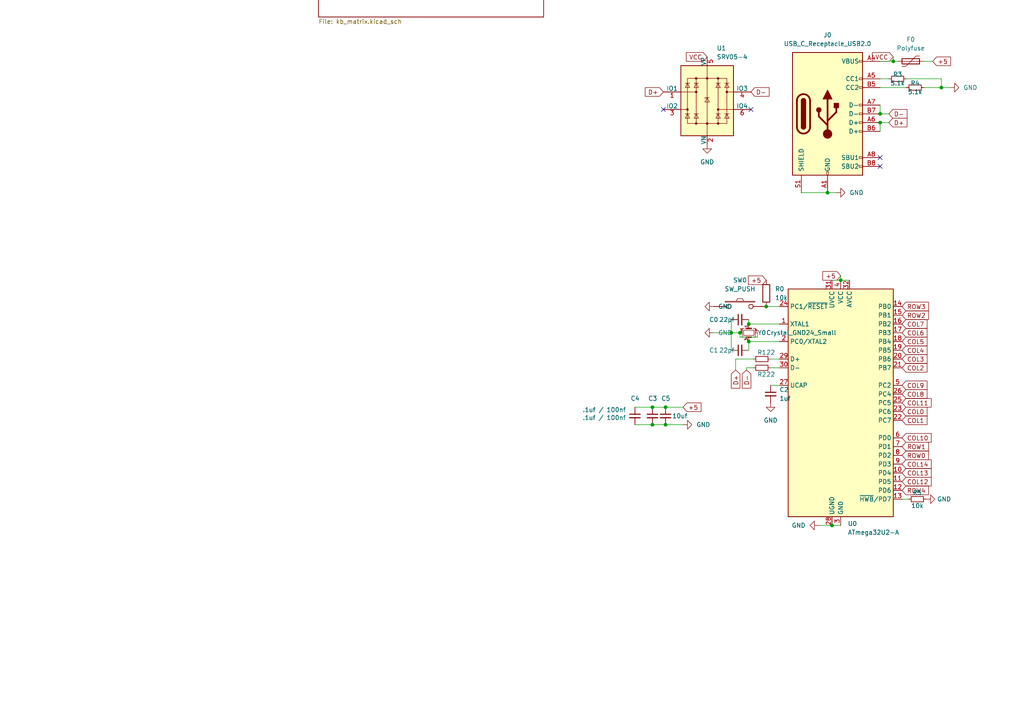
<source format=kicad_sch>
(kicad_sch (version 20211123) (generator eeschema)
  (paper "A4")
  (lib_symbols
    (symbol "Connector:USB_C_Receptacle_USB2.0" (pin_names (offset 1.016))
      (property "Reference" "J" (at -10.16 19.05 0))
      (property "Value" "USB_C_Receptacle_USB2.0" (at 19.05 19.05 0))
      (symbol "USB_C_Receptacle_USB2.0_0_0"
        (rectangle (start -0.254 -17.78) (end 0.254 -16.764))
        (rectangle (start 10.16 -14.986) (end 9.144 -15.494))
        (rectangle (start 10.16 -12.446) (end 9.144 -12.954))
        (rectangle (start 10.16 -4.826) (end 9.144 -5.334))
        (rectangle (start 10.16 -2.286) (end 9.144 -2.794))
        (rectangle (start 10.16 0.254) (end 9.144 -0.254))
        (rectangle (start 10.16 2.794) (end 9.144 2.286))
        (rectangle (start 10.16 7.874) (end 9.144 7.366))
        (rectangle (start 10.16 10.414) (end 9.144 9.906))
        (rectangle (start 10.16 15.494) (end 9.144 14.986))
      )
      (symbol "USB_C_Receptacle_USB2.0_0_1"
        (rectangle (start -10.16 17.78) (end 10.16 -17.78) (stroke (width 0.254)) (fill (type background)))
        (arc (start -8.89 -3.81) (mid -6.985 -5.715) (end -5.08 -3.81) (stroke (width 0.508)))
        (arc (start -7.62 -3.81) (mid -6.985 -4.445) (end -6.35 -3.81) (stroke (width 0.254)))
        (arc (start -7.62 -3.81) (mid -6.985 -4.445) (end -6.35 -3.81) (stroke (width 0.254)) (fill (type outline)))
        (rectangle (start -7.62 -3.81) (end -6.35 3.81) (stroke (width 0.254)) (fill (type outline)))
        (arc (start -6.35 3.81) (mid -6.985 4.445) (end -7.62 3.81) (stroke (width 0.254)))
        (arc (start -6.35 3.81) (mid -6.985 4.445) (end -7.62 3.81) (stroke (width 0.254)) (fill (type outline)))
        (arc (start -5.08 3.81) (mid -6.985 5.715) (end -8.89 3.81) (stroke (width 0.508)))
        (circle (center -2.54 1.143) (radius 0.635) (stroke (width 0.254)) (fill (type outline)))
        (circle (center 0 -5.842) (radius 1.27) (fill (type outline)))
        (polyline (pts (xy -8.89 -3.81) (xy -8.89 3.81)) (stroke (width 0.508)))
        (polyline (pts (xy -5.08 3.81) (xy -5.08 -3.81)) (stroke (width 0.508)))
        (polyline (pts (xy 0 -5.842) (xy 0 4.318)) (stroke (width 0.508)))
        (polyline (pts (xy 0 -3.302) (xy -2.54 -0.762) (xy -2.54 0.508)) (stroke (width 0.508)))
        (polyline (pts (xy 0 -2.032) (xy 2.54 0.508) (xy 2.54 1.778)) (stroke (width 0.508)))
        (polyline (pts (xy -1.27 4.318) (xy 0 6.858) (xy 1.27 4.318) (xy -1.27 4.318)) (stroke (width 0.254)) (fill (type outline)))
        (rectangle (start 1.905 1.778) (end 3.175 3.048) (stroke (width 0.254)) (fill (type outline)))
      )
      (symbol "USB_C_Receptacle_USB2.0_1_1"
        (pin passive line (at 0 -22.86 90) (length 5.08) (name "GND") (number "A1"))
        (pin passive line (at 0 -22.86 90) (length 5.08) hide (name "GND") (number "A12"))
        (pin passive line (at 15.24 15.24 180) (length 5.08) (name "VBUS") (number "A4"))
        (pin bidirectional line (at 15.24 10.16 180) (length 5.08) (name "CC1") (number "A5"))
        (pin bidirectional line (at 15.24 -2.54 180) (length 5.08) (name "D+") (number "A6"))
        (pin bidirectional line (at 15.24 2.54 180) (length 5.08) (name "D-") (number "A7"))
        (pin bidirectional line (at 15.24 -12.7 180) (length 5.08) (name "SBU1") (number "A8"))
        (pin passive line (at 15.24 15.24 180) (length 5.08) hide (name "VBUS") (number "A9"))
        (pin passive line (at 0 -22.86 90) (length 5.08) hide (name "GND") (number "B1"))
        (pin passive line (at 0 -22.86 90) (length 5.08) hide (name "GND") (number "B12"))
        (pin passive line (at 15.24 15.24 180) (length 5.08) hide (name "VBUS") (number "B4"))
        (pin bidirectional line (at 15.24 7.62 180) (length 5.08) (name "CC2") (number "B5"))
        (pin bidirectional line (at 15.24 -5.08 180) (length 5.08) (name "D+") (number "B6"))
        (pin bidirectional line (at 15.24 0 180) (length 5.08) (name "D-") (number "B7"))
        (pin bidirectional line (at 15.24 -15.24 180) (length 5.08) (name "SBU2") (number "B8"))
        (pin passive line (at 15.24 15.24 180) (length 5.08) hide (name "VBUS") (number "B9"))
        (pin passive line (at -7.62 -22.86 90) (length 5.08) (name "SHIELD") (number "S1"))
      )
    )
    (symbol "Device:C_Small" (pin_numbers hide) (pin_names (offset 0.254) hide)
      (property "Reference" "C" (at 0.254 1.778 0))
      (property "Value" "C_Small" (at 0.254 -2.032 0))
      (symbol "C_Small_0_1"
        (polyline (pts (xy -1.524 -0.508) (xy 1.524 -0.508)) (stroke (width 0.3302)))
        (polyline (pts (xy -1.524 0.508) (xy 1.524 0.508)) (stroke (width 0.3048)))
      )
      (symbol "C_Small_1_1"
        (pin passive line (at 0 2.54 270) (length 2.032) (name "~") (number "1"))
        (pin passive line (at 0 -2.54 90) (length 2.032) (name "~") (number "2"))
      )
    )
    (symbol "Device:Crystal_GND24_Small" (pin_names (offset 1.016) hide)
      (property "Reference" "Y" (at 1.27 4.445 0))
      (property "Value" "Crystal_GND24_Small" (at 1.27 2.54 0))
      (symbol "Crystal_GND24_Small_0_1"
        (rectangle (start -0.762 -1.524) (end 0.762 1.524))
        (polyline (pts (xy -1.27 -0.762) (xy -1.27 0.762)) (stroke (width 0.381)))
        (polyline (pts (xy 1.27 -0.762) (xy 1.27 0.762)) (stroke (width 0.381)))
        (polyline (pts (xy -1.27 -1.27) (xy -1.27 -1.905) (xy 1.27 -1.905) (xy 1.27 -1.27)))
        (polyline (pts (xy -1.27 1.27) (xy -1.27 1.905) (xy 1.27 1.905) (xy 1.27 1.27)))
      )
      (symbol "Crystal_GND24_Small_1_1"
        (pin passive line (at -2.54 0 0) (length 1.27) (name "1") (number "1"))
        (pin passive line (at 0 -2.54 90) (length 0.635) (name "2") (number "2"))
        (pin passive line (at 2.54 0 180) (length 1.27) (name "3") (number "3"))
        (pin passive line (at 0 2.54 270) (length 0.635) (name "4") (number "4"))
      )
    )
    (symbol "Device:Polyfuse" (pin_numbers hide) (pin_names (offset 0))
      (property "Reference" "F" (at -2.54 0 90))
      (property "Value" "Polyfuse" (at 2.54 0 90))
      (symbol "Polyfuse_0_1"
        (rectangle (start -0.762 2.54) (end 0.762 -2.54) (stroke (width 0.254)))
        (polyline (pts (xy 0 2.54) (xy 0 -2.54)))
        (polyline (pts (xy -1.524 2.54) (xy -1.524 1.524) (xy 1.524 -1.524) (xy 1.524 -2.54)))
      )
      (symbol "Polyfuse_1_1"
        (pin passive line (at 0 3.81 270) (length 1.27) (name "~") (number "1"))
        (pin passive line (at 0 -3.81 90) (length 1.27) (name "~") (number "2"))
      )
    )
    (symbol "Device:R" (pin_numbers hide) (pin_names (offset 0))
      (property "Reference" "R" (at 2.032 0 90))
      (property "Value" "R" (at 0 0 90))
      (symbol "R_0_1"
        (rectangle (start -1.016 -2.54) (end 1.016 2.54) (stroke (width 0.254)))
      )
      (symbol "R_1_1"
        (pin passive line (at 0 3.81 270) (length 1.27) (name "~") (number "1"))
        (pin passive line (at 0 -3.81 90) (length 1.27) (name "~") (number "2"))
      )
    )
    (symbol "Device:R_Small" (pin_numbers hide) (pin_names (offset 0.254) hide)
      (property "Reference" "R" (at 0.762 0.508 0))
      (property "Value" "R_Small" (at 0.762 -1.016 0))
      (symbol "R_Small_0_1"
        (rectangle (start -0.762 1.778) (end 0.762 -1.778) (stroke (width 0.2032)))
      )
      (symbol "R_Small_1_1"
        (pin passive line (at 0 2.54 270) (length 0.762) (name "~") (number "1"))
        (pin passive line (at 0 -2.54 90) (length 0.762) (name "~") (number "2"))
      )
    )
    (symbol "MCU_Microchip_ATmega:ATmega32U2-A"
      (property "Reference" "U" (at -15.24 34.29 0))
      (property "Value" "ATmega32U2-A" (at 2.54 -34.29 0))
      (symbol "ATmega32U2-A_0_1"
        (rectangle (start -15.24 -33.02) (end 15.24 33.02) (stroke (width 0.254)) (fill (type background)))
      )
      (symbol "ATmega32U2-A_1_1"
        (pin input line (at -17.78 22.86 0) (length 2.54) (name "XTAL1") (number "1"))
        (pin bidirectional line (at 17.78 -20.32 180) (length 2.54) (name "PD4") (number "10"))
        (pin bidirectional line (at 17.78 -22.86 180) (length 2.54) (name "PD5") (number "11"))
        (pin bidirectional line (at 17.78 -25.4 180) (length 2.54) (name "PD6") (number "12"))
        (pin bidirectional line (at 17.78 -27.94 180) (length 2.54) (name "~{HWB}/PD7") (number "13"))
        (pin bidirectional line (at 17.78 27.94 180) (length 2.54) (name "PB0") (number "14"))
        (pin bidirectional line (at 17.78 25.4 180) (length 2.54) (name "PB1") (number "15"))
        (pin bidirectional line (at 17.78 22.86 180) (length 2.54) (name "PB2") (number "16"))
        (pin bidirectional line (at 17.78 20.32 180) (length 2.54) (name "PB3") (number "17"))
        (pin bidirectional line (at 17.78 17.78 180) (length 2.54) (name "PB4") (number "18"))
        (pin bidirectional line (at 17.78 15.24 180) (length 2.54) (name "PB5") (number "19"))
        (pin bidirectional line (at -17.78 17.78 0) (length 2.54) (name "PC0/XTAL2") (number "2"))
        (pin bidirectional line (at 17.78 12.7 180) (length 2.54) (name "PB6") (number "20"))
        (pin bidirectional line (at 17.78 10.16 180) (length 2.54) (name "PB7") (number "21"))
        (pin bidirectional line (at 17.78 -5.08 180) (length 2.54) (name "PC7") (number "22"))
        (pin bidirectional line (at 17.78 -2.54 180) (length 2.54) (name "PC6") (number "23"))
        (pin bidirectional line (at -17.78 27.94 0) (length 2.54) (name "PC1/~{RESET}") (number "24"))
        (pin bidirectional line (at 17.78 0 180) (length 2.54) (name "PC5") (number "25"))
        (pin bidirectional line (at 17.78 2.54 180) (length 2.54) (name "PC4") (number "26"))
        (pin passive line (at -17.78 5.08 0) (length 2.54) (name "UCAP") (number "27"))
        (pin power_in line (at -2.54 -35.56 90) (length 2.54) (name "UGND") (number "28"))
        (pin bidirectional line (at -17.78 12.7 0) (length 2.54) (name "D+") (number "29"))
        (pin power_in line (at 0 -35.56 90) (length 2.54) (name "GND") (number "3"))
        (pin bidirectional line (at -17.78 10.16 0) (length 2.54) (name "D-") (number "30"))
        (pin power_in line (at -2.54 35.56 270) (length 2.54) (name "UVCC") (number "31"))
        (pin power_in line (at 2.54 35.56 270) (length 2.54) (name "AVCC") (number "32"))
        (pin power_in line (at 0 35.56 270) (length 2.54) (name "VCC") (number "4"))
        (pin bidirectional line (at 17.78 5.08 180) (length 2.54) (name "PC2") (number "5"))
        (pin bidirectional line (at 17.78 -10.16 180) (length 2.54) (name "PD0") (number "6"))
        (pin bidirectional line (at 17.78 -12.7 180) (length 2.54) (name "PD1") (number "7"))
        (pin bidirectional line (at 17.78 -15.24 180) (length 2.54) (name "PD2") (number "8"))
        (pin bidirectional line (at 17.78 -17.78 180) (length 2.54) (name "PD3") (number "9"))
      )
    )
    (symbol "Power_Protection:SRV05-4" (pin_names (offset 0))
      (property "Reference" "U" (at -5.08 11.43 0))
      (property "Value" "SRV05-4" (at 2.54 11.43 0))
      (symbol "SRV05-4_0_0"
        (rectangle (start -5.715 6.477) (end 5.715 -6.604))
        (polyline (pts (xy -3.175 -6.604) (xy -3.175 6.477)))
        (polyline (pts (xy 3.175 6.477) (xy 3.175 -6.604)))
      )
      (symbol "SRV05-4_0_1"
        (rectangle (start -7.62 10.16) (end 7.62 -10.16) (stroke (width 0.254)) (fill (type background)))
        (circle (center -5.715 -2.54) (radius 0.2794) (fill (type outline)))
        (circle (center -3.175 -6.604) (radius 0.2794) (fill (type outline)))
        (circle (center -3.175 2.54) (radius 0.2794) (fill (type outline)))
        (circle (center -3.175 6.477) (radius 0.2794) (fill (type outline)))
        (circle (center 0 -6.604) (radius 0.2794) (fill (type outline)))
        (polyline (pts (xy -7.747 2.54) (xy -3.175 2.54)))
        (polyline (pts (xy -7.62 -2.54) (xy -5.715 -2.54)))
        (polyline (pts (xy -5.08 -3.81) (xy -6.35 -3.81)))
        (polyline (pts (xy -5.08 5.08) (xy -6.35 5.08)))
        (polyline (pts (xy -2.54 -3.81) (xy -3.81 -3.81)))
        (polyline (pts (xy -2.54 5.08) (xy -3.81 5.08)))
        (polyline (pts (xy 0 10.16) (xy 0 -10.16)))
        (polyline (pts (xy 3.81 -3.81) (xy 2.54 -3.81)))
        (polyline (pts (xy 3.81 5.08) (xy 2.54 5.08)))
        (polyline (pts (xy 6.35 -3.81) (xy 5.08 -3.81)))
        (polyline (pts (xy 6.35 5.08) (xy 5.08 5.08)))
        (polyline (pts (xy 7.62 -2.54) (xy 3.175 -2.54)))
        (polyline (pts (xy 7.62 2.54) (xy 5.715 2.54)))
        (polyline (pts (xy 0.635 0.889) (xy -0.635 0.889) (xy -0.635 0.635)))
        (polyline (pts (xy -5.08 -5.08) (xy -6.35 -5.08) (xy -5.715 -3.81) (xy -5.08 -5.08)))
        (polyline (pts (xy -5.08 3.81) (xy -6.35 3.81) (xy -5.715 5.08) (xy -5.08 3.81)))
        (polyline (pts (xy -2.54 -5.08) (xy -3.81 -5.08) (xy -3.175 -3.81) (xy -2.54 -5.08)))
        (polyline (pts (xy -2.54 3.81) (xy -3.81 3.81) (xy -3.175 5.08) (xy -2.54 3.81)))
        (polyline (pts (xy 0.635 -0.381) (xy -0.635 -0.381) (xy 0 0.889) (xy 0.635 -0.381)))
        (polyline (pts (xy 3.81 -5.08) (xy 2.54 -5.08) (xy 3.175 -3.81) (xy 3.81 -5.08)))
        (polyline (pts (xy 3.81 3.81) (xy 2.54 3.81) (xy 3.175 5.08) (xy 3.81 3.81)))
        (polyline (pts (xy 6.35 -5.08) (xy 5.08 -5.08) (xy 5.715 -3.81) (xy 6.35 -5.08)))
        (polyline (pts (xy 6.35 3.81) (xy 5.08 3.81) (xy 5.715 5.08) (xy 6.35 3.81)))
        (circle (center 0 6.477) (radius 0.2794) (fill (type outline)))
        (circle (center 3.175 -6.604) (radius 0.2794) (fill (type outline)))
        (circle (center 3.175 -2.54) (radius 0.2794) (fill (type outline)))
        (circle (center 3.175 6.477) (radius 0.2794) (fill (type outline)))
        (circle (center 5.715 2.54) (radius 0.2794) (fill (type outline)))
      )
      (symbol "SRV05-4_1_1"
        (pin passive line (at -12.7 2.54 0) (length 5.08) (name "IO1") (number "1"))
        (pin passive line (at 0 -12.7 90) (length 2.54) (name "VN") (number "2"))
        (pin passive line (at -12.7 -2.54 0) (length 5.08) (name "IO2") (number "3"))
        (pin passive line (at 12.7 2.54 180) (length 5.08) (name "IO3") (number "4"))
        (pin passive line (at 0 12.7 270) (length 2.54) (name "VP") (number "5"))
        (pin passive line (at 12.7 -2.54 180) (length 5.08) (name "IO4") (number "6"))
      )
    )
    (symbol "keyboard_parts:SW_PUSH" (pin_numbers hide) (pin_names (offset 1.016) hide)
      (property "Reference" "SW" (at 3.81 2.794 0))
      (property "Value" "SW_PUSH" (at 0 -2.032 0))
      (symbol "SW_PUSH_0_1"
        (rectangle (start -4.318 1.27) (end 4.318 1.524))
        (polyline (pts (xy -1.016 1.524) (xy -0.762 2.286) (xy 0.762 2.286) (xy 1.016 1.524)))
        (pin passive inverted (at -7.62 0 0) (length 5.08) (name "1") (number "1"))
        (pin passive inverted (at 7.62 0 180) (length 5.08) (name "2") (number "2"))
      )
    )
    (symbol "power:GND" (power) (pin_names (offset 0))
      (property "Value" "GND" (at 0 -3.81 0))
      (symbol "GND_0_1"
        (polyline (pts (xy 0 0) (xy 0 -1.27) (xy 1.27 -1.27) (xy 0 -2.54) (xy -1.27 -1.27) (xy 0 -1.27)))
      )
      (symbol "GND_1_1"
        (pin power_in line (at 0 0 270) (length 0) hide (name "GND") (number "1"))
      )
    )
  )
  (junction (at 212.09 96.52))
  (junction (at 193.04 123.19))
  (junction (at 241.3 152.4))
  (junction (at 217.17 93.98))
  (junction (at 214.63 96.52))
  (junction (at 255.27 33.02))
  (junction (at 240.03 55.88))
  (junction (at 217.17 99.06))
  (junction (at 193.04 118.11))
  (junction (at 222.25 88.9))
  (junction (at 243.84 81.28))
  (junction (at 259.08 17.78))
  (junction (at 255.27 35.56))
  (junction (at 189.23 123.19))
  (junction (at 189.23 118.11))
  (junction (at 273.05 25.4))
  (no_connect (at 255.27 45.72))
  (no_connect (at 192.405 31.75))
  (no_connect (at 217.805 31.75))
  (no_connect (at 255.27 48.26))
  (wire (pts (xy 267.97 17.78) (xy 270.51 17.78)))
  (wire (pts (xy 219.71 97.79) (xy 214.63 97.79)))
  (wire (pts (xy 217.17 92.71) (xy 217.17 93.98)))
  (wire (pts (xy 193.04 118.11) (xy 198.12 118.11)))
  (wire (pts (xy 243.84 81.28) (xy 246.38 81.28)))
  (wire (pts (xy 217.17 99.06) (xy 217.17 101.6)))
  (wire (pts (xy 189.23 123.19) (xy 193.04 123.19)))
  (wire (pts (xy 184.15 118.11) (xy 189.23 118.11)))
  (wire (pts (xy 212.09 96.52) (xy 212.09 101.6)))
  (wire (pts (xy 255.27 35.56) (xy 255.27 38.1)))
  (wire (pts (xy 259.08 16.51) (xy 259.08 17.78)))
  (wire (pts (xy 214.63 97.79) (xy 214.63 96.52)))
  (wire (pts (xy 255.27 30.48) (xy 255.27 33.02)))
  (wire (pts (xy 223.52 111.76) (xy 226.06 111.76)))
  (wire (pts (xy 232.41 55.88) (xy 240.03 55.88)))
  (wire (pts (xy 217.17 99.06) (xy 226.06 99.06)))
  (wire (pts (xy 259.08 17.78) (xy 260.35 17.78)))
  (wire (pts (xy 255.27 25.4) (xy 262.89 25.4)))
  (wire (pts (xy 216.535 106.68) (xy 216.535 107.315)))
  (wire (pts (xy 243.84 80.01) (xy 243.84 81.28)))
  (wire (pts (xy 212.09 92.71) (xy 212.09 96.52)))
  (wire (pts (xy 237.49 152.4) (xy 241.3 152.4)))
  (wire (pts (xy 273.05 22.86) (xy 273.05 25.4)))
  (wire (pts (xy 255.27 35.56) (xy 257.81 35.56)))
  (wire (pts (xy 212.09 96.52) (xy 214.63 96.52)))
  (wire (pts (xy 240.03 55.88) (xy 242.57 55.88)))
  (wire (pts (xy 193.04 123.19) (xy 198.12 123.19)))
  (wire (pts (xy 218.44 106.68) (xy 216.535 106.68)))
  (wire (pts (xy 255.27 17.78) (xy 259.08 17.78)))
  (wire (pts (xy 255.27 22.86) (xy 257.81 22.86)))
  (wire (pts (xy 241.3 152.4) (xy 243.84 152.4)))
  (wire (pts (xy 273.05 25.4) (xy 267.97 25.4)))
  (wire (pts (xy 213.36 104.14) (xy 213.36 107.315)))
  (wire (pts (xy 255.27 33.02) (xy 257.81 33.02)))
  (wire (pts (xy 217.17 93.98) (xy 226.06 93.98)))
  (wire (pts (xy 223.52 104.14) (xy 226.06 104.14)))
  (wire (pts (xy 261.62 144.78) (xy 263.525 144.78)))
  (wire (pts (xy 223.52 106.68) (xy 226.06 106.68)))
  (wire (pts (xy 262.89 22.86) (xy 273.05 22.86)))
  (wire (pts (xy 184.15 123.19) (xy 189.23 123.19)))
  (wire (pts (xy 218.44 104.14) (xy 213.36 104.14)))
  (wire (pts (xy 273.05 25.4) (xy 275.59 25.4)))
  (wire (pts (xy 189.23 118.11) (xy 193.04 118.11)))
  (wire (pts (xy 241.3 81.28) (xy 243.84 81.28)))
  (wire (pts (xy 219.71 96.52) (xy 219.71 97.79)))
  (wire (pts (xy 207.01 96.52) (xy 212.09 96.52)))
  (wire (pts (xy 222.25 88.9) (xy 226.06 88.9)))
  (global_label "COL2" (shape input) (at 261.62 106.68 0) (property "Intersheet References" "${INTERSHEET_REFS}" (effects hide)))
  (global_label "+5" (shape input) (at 243.84 80.01 180) (property "Intersheet References" "${INTERSHEET_REFS}" (effects hide)))
  (global_label "VCC" (shape input) (at 205.105 16.51 180) (property "Intersheet References" "${INTERSHEET_REFS}" (effects hide)))
  (global_label "COL3" (shape input) (at 261.62 104.14 0) (property "Intersheet References" "${INTERSHEET_REFS}" (effects hide)))
  (global_label "ROW0" (shape input) (at 261.62 132.08 0) (property "Intersheet References" "${INTERSHEET_REFS}" (effects hide)))
  (global_label "COL5" (shape input) (at 261.62 99.06 0) (property "Intersheet References" "${INTERSHEET_REFS}" (effects hide)))
  (global_label "VCC" (shape input) (at 259.08 16.51 180) (property "Intersheet References" "${INTERSHEET_REFS}" (effects hide)))
  (global_label "COL13" (shape input) (at 261.62 137.16 0) (property "Intersheet References" "${INTERSHEET_REFS}" (effects hide)))
  (global_label "COL9" (shape input) (at 261.62 111.76 0) (property "Intersheet References" "${INTERSHEET_REFS}" (effects hide)))
  (global_label "COL0" (shape input) (at 261.62 119.38 0) (property "Intersheet References" "${INTERSHEET_REFS}" (effects hide)))
  (global_label "COL14" (shape input) (at 261.62 134.62 0) (property "Intersheet References" "${INTERSHEET_REFS}" (effects hide)))
  (global_label "COL7" (shape input) (at 261.62 93.98 0) (property "Intersheet References" "${INTERSHEET_REFS}" (effects hide)))
  (global_label "COL8" (shape input) (at 261.62 114.3 0) (property "Intersheet References" "${INTERSHEET_REFS}" (effects hide)))
  (global_label "COL12" (shape input) (at 261.62 139.7 0) (property "Intersheet References" "${INTERSHEET_REFS}" (effects hide)))
  (global_label "D-" (shape input) (at 216.535 107.315 270) (property "Intersheet References" "${INTERSHEET_REFS}" (effects hide)))
  (global_label "COL6" (shape input) (at 261.62 96.52 0) (property "Intersheet References" "${INTERSHEET_REFS}" (effects hide)))
  (global_label "D+" (shape input) (at 192.405 26.67 180) (property "Intersheet References" "${INTERSHEET_REFS}" (effects hide)))
  (global_label "+5" (shape input) (at 198.12 118.11 0) (property "Intersheet References" "${INTERSHEET_REFS}" (effects hide)))
  (global_label "+5" (shape input) (at 270.51 17.78 0) (property "Intersheet References" "${INTERSHEET_REFS}" (effects hide)))
  (global_label "D+" (shape input) (at 213.36 107.315 270) (property "Intersheet References" "${INTERSHEET_REFS}" (effects hide)))
  (global_label "D-" (shape input) (at 217.805 26.67 0) (property "Intersheet References" "${INTERSHEET_REFS}" (effects hide)))
  (global_label "ROW1" (shape input) (at 261.62 129.54 0) (property "Intersheet References" "${INTERSHEET_REFS}" (effects hide)))
  (global_label "ROW3" (shape input) (at 261.62 88.9 0) (property "Intersheet References" "${INTERSHEET_REFS}" (effects hide)))
  (global_label "D+" (shape input) (at 257.81 35.56 0) (property "Intersheet References" "${INTERSHEET_REFS}" (effects hide)))
  (global_label "COL11" (shape input) (at 261.62 116.84 0) (property "Intersheet References" "${INTERSHEET_REFS}" (effects hide)))
  (global_label "ROW2" (shape input) (at 261.62 91.44 0) (property "Intersheet References" "${INTERSHEET_REFS}" (effects hide)))
  (global_label "+5" (shape input) (at 222.25 81.28 180) (property "Intersheet References" "${INTERSHEET_REFS}" (effects hide)))
  (global_label "COL4" (shape input) (at 261.62 101.6 0) (property "Intersheet References" "${INTERSHEET_REFS}" (effects hide)))
  (global_label "D-" (shape input) (at 257.81 33.02 0) (property "Intersheet References" "${INTERSHEET_REFS}" (effects hide)))
  (global_label "ROW4" (shape input) (at 261.62 142.24 0) (property "Intersheet References" "${INTERSHEET_REFS}" (effects hide)))
  (global_label "COL1" (shape input) (at 261.62 121.92 0) (property "Intersheet References" "${INTERSHEET_REFS}" (effects hide)))
  (global_label "COL10" (shape input) (at 261.62 127 0) (property "Intersheet References" "${INTERSHEET_REFS}" (effects hide)))
  (symbol (lib_id "Device:Crystal_GND24_Small") (at 217.17 96.52 270) (unit 1)
    (property "Reference" "Y0" (at 220.98 96.52 90))
    (property "Value" "Crystal_GND24_Small" (at 232.41 96.52 90))
    (property "Footprint" "Crystal:Crystal_SMD_3225-4Pin_3.2x2.5mm" (effects hide))
    (property "LCSC" "C13738" (effects hide))
  )
  (symbol (lib_id "Device:R_Small") (at 266.065 144.78 90) (unit 1)
    (property "Reference" "R5" (at 266.065 142.875 90))
    (property "Value" "10k" (at 266.065 146.685 90))
    (property "Footprint" "Resistor_SMD:R_0805_2012Metric" (effects hide))
    (property "LCSC" "C17414" (effects hide))
  )
  (symbol (lib_id "power:GND") (at 242.57 55.88 90) (unit 1)
    (property "Reference" "#PWR0108" (effects hide))
    (property "Value" "GND" (at 246.38 55.8799 90) (effects (justify right)))
  )
  (symbol (lib_id "power:GND") (at 268.605 144.78 90) (unit 1)
    (property "Reference" "#PWR0103" (effects hide))
    (property "Value" "GND" (at 271.78 144.7799 90) (effects (justify right)))
  )
  (symbol (lib_id "Device:R_Small") (at 265.43 25.4 90) (unit 1)
    (property "Reference" "R4" (at 265.43 24.13 90))
    (property "Value" "5.1k" (at 265.43 26.67 90))
    (property "Footprint" "Resistor_SMD:R_0805_2012Metric" (effects hide))
    (property "LCSC" "C27834" (effects hide))
  )
  (symbol (lib_id "Device:C_Small") (at 223.52 114.3 0) (unit 1)
    (property "Reference" "C2" (at 226.06 113.0362 0) (effects (justify left)))
    (property "Value" "1uf" (at 226.06 115.5762 0) (effects (justify left)))
    (property "Footprint" "Capacitor_SMD:C_0805_2012Metric" (effects hide))
    (property "LCSC" "C28323" (effects hide))
  )
  (symbol (lib_id "power:GND") (at 275.59 25.4 90) (unit 1)
    (property "Reference" "#PWR0109" (effects hide))
    (property "Value" "GND" (at 279.4 25.3999 90) (effects (justify right)))
  )
  (symbol (lib_id "power:GND") (at 198.12 123.19 90) (unit 1)
    (property "Reference" "#PWR0101" (effects hide))
    (property "Value" "GND" (at 201.93 123.1899 90) (effects (justify right)))
  )
  (symbol (lib_id "keyboard_parts:SW_PUSH") (at 214.63 88.9 0) (unit 1)
    (property "Reference" "SW0" (at 214.63 81.28 0))
    (property "Value" "SW_PUSH" (at 214.63 83.82 0))
    (property "Footprint" "Button_Switch_SMD:SW_SPST_TL3342" (effects hide))
    (property "LCSC" "C318884" (effects hide))
  )
  (symbol (lib_id "power:GND") (at 207.01 88.9 270) (unit 1)
    (property "Reference" "#PWR0107" (effects hide))
    (property "Value" "GND" (at 208.28 88.8999 90) (effects (justify left)))
  )
  (symbol (lib_id "Device:R") (at 222.25 85.09 0) (unit 1)
    (property "Reference" "R0" (at 224.79 83.8199 0) (effects (justify left)))
    (property "Value" "10k" (at 224.79 86.3599 0) (effects (justify left)))
    (property "Footprint" "Resistor_SMD:R_0805_2012Metric" (effects hide))
    (property "LCSC" "C17414" (effects hide))
  )
  (symbol (lib_id "power:GND") (at 207.01 96.52 270) (unit 1)
    (property "Reference" "#PWR0102" (effects hide))
    (property "Value" "GND" (at 208.28 96.5199 90) (effects (justify left)))
  )
  (symbol (lib_id "power:GND") (at 237.49 152.4 270) (unit 1)
    (property "Reference" "#PWR0104" (effects hide))
    (property "Value" "GND" (at 233.68 152.3999 90) (effects (justify right)))
  )
  (symbol (lib_id "Device:C_Small") (at 189.23 120.65 0) (unit 1)
    (property "Reference" "C3" (at 187.96 115.57 0) (effects (justify left)))
    (property "Value" ".1uf / 100nf" (at 168.91 118.872 0) (effects (justify left)))
    (property "Footprint" "Capacitor_SMD:C_0805_2012Metric" (effects hide))
    (property "LCSC" "C49678" (effects hide))
  )
  (symbol (lib_id "power:GND") (at 205.105 41.91 0) (unit 1)
    (property "Reference" "#PWR0106" (effects hide))
    (property "Value" "GND" (at 205.105 46.99 0))
  )
  (symbol (lib_id "Power_Protection:SRV05-4") (at 205.105 29.21 0) (unit 1)
    (property "Reference" "U1" (at 207.8737 13.97 0) (effects (justify left)))
    (property "Value" "SRV05-4" (at 207.8737 16.51 0) (effects (justify left)))
    (property "Footprint" "Package_TO_SOT_SMD:SOT-23-6" (effects hide))
    (property "Datasheet" "http://www.onsemi.com/pub/Collateral/SRV05-4-D.PDF" (effects hide))
    (property "LCSC" "C85364" (effects hide))
  )
  (symbol (lib_id "Device:C_Small") (at 184.15 120.65 0) (unit 1)
    (property "Reference" "C4" (at 182.88 115.57 0) (effects (justify left)))
    (property "Value" ".1uf / 100nf" (at 168.91 121.158 0) (effects (justify left)))
    (property "Footprint" "Capacitor_SMD:C_0805_2012Metric" (effects hide))
    (property "LCSC" "C49678" (effects hide))
  )
  (symbol (lib_id "Device:R_Small") (at 260.35 22.86 90) (unit 1)
    (property "Reference" "R3" (at 260.35 21.59 90))
    (property "Value" "5.1k" (at 260.35 24.13 90))
    (property "Footprint" "Resistor_SMD:R_0805_2012Metric" (effects hide))
    (property "LCSC" "C27834" (effects hide))
  )
  (symbol (lib_id "Device:R_Small") (at 220.98 104.14 90) (unit 1)
    (property "Reference" "R1" (at 220.98 102.235 90))
    (property "Value" "22" (at 223.52 102.235 90))
    (property "Footprint" "Resistor_SMD:R_0805_2012Metric" (effects hide))
    (property "LCSC" "C17561" (effects hide))
  )
  (symbol (lib_id "Device:C_Small") (at 193.04 120.65 0) (unit 1)
    (property "Reference" "C5" (at 191.77 115.57 0) (effects (justify left)))
    (property "Value" "10uf" (at 194.945 120.65 0) (effects (justify left)))
    (property "Footprint" "Resistor_SMD:R_0805_2012Metric" (effects hide))
    (property "LCSC" "C91245" (effects hide))
  )
  (symbol (lib_id "Device:Polyfuse") (at 264.16 17.78 90) (unit 1)
    (property "Reference" "F0" (at 264.16 11.43 90))
    (property "Value" "Polyfuse" (at 264.16 13.97 90))
    (property "Footprint" "Resistor_SMD:R_0805_2012Metric" (effects hide))
    (property "LCSC" "C69688" (effects hide))
  )
  (symbol (lib_id "Device:R_Small") (at 220.98 106.68 90) (unit 1)
    (property "Reference" "R2" (at 220.98 108.585 90))
    (property "Value" "22" (at 223.52 108.585 90))
    (property "Footprint" "Resistor_SMD:R_0805_2012Metric" (effects hide))
    (property "LCSC" "C17561" (effects hide))
  )
  (symbol (lib_id "power:GND") (at 223.52 116.84 0) (unit 1)
    (property "Reference" "#PWR0105" (effects hide))
    (property "Value" "GND" (at 223.52 121.92 0))
  )
  (symbol (lib_id "Device:C_Small") (at 214.63 101.6 90) (unit 1)
    (property "Reference" "C1" (at 207.01 101.6 90))
    (property "Value" "22pf" (at 210.82 101.6 90))
    (property "Footprint" "Capacitor_SMD:C_0805_2012Metric" (effects hide))
    (property "LCSC" "C1804" (effects hide))
  )
  (symbol (lib_id "Connector:USB_C_Receptacle_USB2.0") (at 240.03 33.02 0) (unit 1)
    (property "Reference" "J0" (at 240.03 10.16 0))
    (property "Value" "USB_C_Receptacle_USB2.0" (at 240.03 12.7 0))
    (property "Footprint" "Connector_USB:USB_C_Receptacle_HRO_TYPE-C-31-M-12" (effects hide))
    (property "Datasheet" "https://www.usb.org/sites/default/files/documents/usb_type-c.zip" (effects hide))
    (property "LCSC" "C165948" (effects hide))
  )
  (symbol (lib_id "Device:C_Small") (at 214.63 92.71 90) (unit 1)
    (property "Reference" "C0" (at 207.01 92.71 90))
    (property "Value" "22pf" (at 210.82 92.71 90))
    (property "Footprint" "Capacitor_SMD:C_0805_2012Metric" (effects hide))
    (property "LCSC" "C1804" (effects hide))
  )
  (symbol (lib_id "MCU_Microchip_ATmega:ATmega32U2-A") (at 243.84 116.84 0) (unit 1)
    (property "Reference" "U0" (at 245.8594 151.8904 0) (effects (justify left)))
    (property "Value" "ATmega32U2-A" (at 245.8594 154.4273 0) (effects (justify left)))
    (property "Footprint" "Package_QFP:TQFP-32_7x7mm_P0.8mm" (effects hide))
    (property "Datasheet" "http://ww1.microchip.com/downloads/en/DeviceDoc/doc7799.pdf" (effects hide))
    (property "LCSC" "C618733" (effects hide))
  )
  (sheet (at 92.3798 -13.589) (size 65.3034 18.5166) (stroke (width 0.1524))
    (property "Sheet name" "KB_matrix" (at 92.3798 -14.3006 0) (effects (justify left bottom)))
    (property "Sheet file" "kb_matrix.kicad_sch" (at 92.3798 5.5122 0) (effects (justify left top)))
  )
)
</source>
